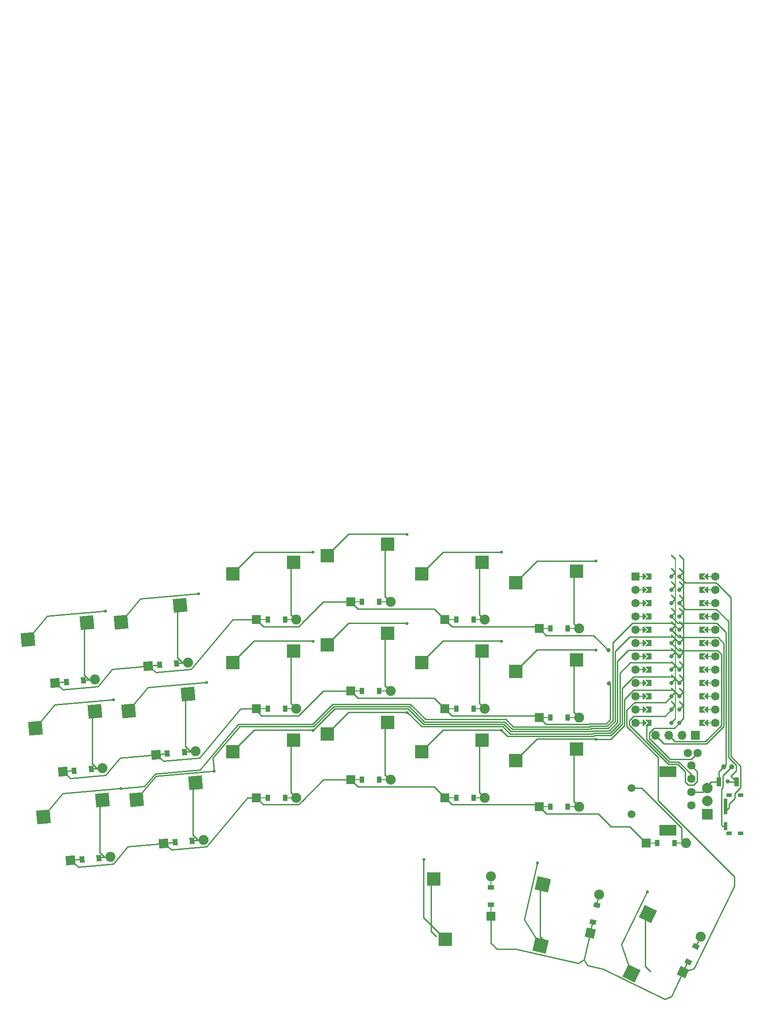
<source format=gbr>
%TF.GenerationSoftware,KiCad,Pcbnew,(6.0.6)*%
%TF.CreationDate,2022-07-14T02:02:07+02:00*%
%TF.ProjectId,main_wired2,6d61696e-5f77-4697-9265-64322e6b6963,v1.0.0*%
%TF.SameCoordinates,Original*%
%TF.FileFunction,Copper,L1,Top*%
%TF.FilePolarity,Positive*%
%FSLAX46Y46*%
G04 Gerber Fmt 4.6, Leading zero omitted, Abs format (unit mm)*
G04 Created by KiCad (PCBNEW (6.0.6)) date 2022-07-14 02:02:07*
%MOMM*%
%LPD*%
G01*
G04 APERTURE LIST*
G04 Aperture macros list*
%AMRotRect*
0 Rectangle, with rotation*
0 The origin of the aperture is its center*
0 $1 length*
0 $2 width*
0 $3 Rotation angle, in degrees counterclockwise*
0 Add horizontal line*
21,1,$1,$2,0,0,$3*%
%AMFreePoly0*
4,1,29,2.195502,0.119853,2.254624,0.081678,2.283753,0.017613,2.273655,-0.052035,2.227530,-0.105189,2.160000,-0.125000,0.000000,-0.125000,-0.035502,-0.119852,-0.047057,-0.112391,-0.062500,-0.108253,-0.078963,-0.091790,-0.094624,-0.081678,-0.099251,-0.071502,-0.108253,-0.062500,-0.115298,-0.036209,-0.123752,-0.017613,-0.122534,-0.009204,-0.125000,0.000000,-0.116718,0.030909,-0.113655,0.052035,
-0.109897,0.056366,-0.108253,0.062500,-0.080431,0.090323,-0.067530,0.105188,-0.064748,0.106005,-0.062500,0.108253,0.000000,0.125000,2.160000,0.125001,2.195502,0.119853,2.195502,0.119853,$1*%
%AMFreePoly1*
4,1,30,0.035502,0.119852,0.047057,0.112391,0.062500,0.108253,0.078963,0.091790,0.094624,0.081678,0.099251,0.071502,0.108253,0.062500,0.115298,0.036209,0.123752,0.017613,0.122534,0.009204,0.125000,0.000000,0.120281,-0.017613,0.116718,-0.030908,0.113655,-0.052035,0.109897,-0.056366,0.108253,-0.062500,0.080431,-0.090323,0.067530,-0.105188,0.064748,-0.106005,0.062500,-0.108253,
0.000000,-0.125000,-2.160000,-0.125001,-2.195502,-0.119853,-2.254624,-0.081678,-2.283753,-0.017613,-2.273655,0.052035,-2.227530,0.105189,-2.160000,0.125000,0.000000,0.125000,0.035502,0.119852,0.035502,0.119852,$1*%
%AMFreePoly2*
4,1,49,0.004774,0.123721,0.009154,0.124664,0.028953,0.117242,0.062500,0.108253,0.068237,0.102516,0.075052,0.099961,0.087614,0.083139,0.108253,0.062501,0.111178,0.051584,0.117161,0.043572,0.118539,0.024113,0.125000,0.000000,0.121239,-0.014035,0.122131,-0.026629,0.113759,-0.041951,0.108253,-0.062500,0.095644,-0.075109,0.088389,-0.088388,-0.375000,-0.551776,-0.375000,-9.948224,
0.588389,-10.911612,0.609852,-10.940356,0.624665,-11.009155,0.599961,-11.075053,0.543572,-11.117161,0.473371,-11.122131,0.411612,-11.088389,-0.588388,-10.088388,-0.601707,-10.070552,-0.605189,-10.067530,-0.605982,-10.064826,-0.609852,-10.059644,-0.616331,-10.029549,-0.625000,-10.000000,-0.625000,-0.500000,-0.621805,-0.477969,-0.622131,-0.473371,-0.620780,-0.470898,-0.619852,-0.464499,-0.603151,-0.438632,
-0.588388,-0.411612,-0.088388,0.088390,-0.064606,0.106147,-0.062501,0.108253,-0.061385,0.108552,-0.059644,0.109852,-0.043810,0.113261,0.000000,0.125000,0.004774,0.123721,0.004774,0.123721,$1*%
%AMFreePoly3*
4,1,41,15.235502,4.219852,15.294624,4.181678,15.323754,4.117613,15.313655,4.047965,15.267530,3.994811,15.200000,3.975000,4.151777,3.975000,0.088388,-0.088388,0.064607,-0.106146,0.062501,-0.108253,0.061385,-0.108552,0.059644,-0.109852,0.043810,-0.113261,0.000000,-0.125000,-0.004774,-0.123721,-0.009154,-0.124664,-0.028953,-0.117242,-0.062500,-0.108253,-0.068237,-0.102516,-0.075052,-0.099961,
-0.087614,-0.083139,-0.108253,-0.062501,-0.111178,-0.051584,-0.117161,-0.043572,-0.118539,-0.024113,-0.125000,0.000000,-0.121239,0.014035,-0.122131,0.026629,-0.113759,0.041953,-0.108253,0.062500,-0.095642,0.075111,-0.088388,0.088388,4.011612,4.188389,4.029449,4.201708,4.032470,4.205189,4.035173,4.205982,4.040357,4.209852,4.070457,4.216333,4.100000,4.225000,15.200000,4.224999,
15.235502,4.219852,15.235502,4.219852,$1*%
%AMFreePoly4*
4,1,5,0.125000,-0.500000,-0.125000,-0.500000,-0.125000,0.500000,0.125000,0.500000,0.125000,-0.500000,0.125000,-0.500000,$1*%
%AMFreePoly5*
4,1,6,0.600000,0.200000,0.000000,-0.400000,-0.600000,0.200000,-0.600000,0.400000,0.600000,0.400000,0.600000,0.200000,0.600000,0.200000,$1*%
%AMFreePoly6*
4,1,49,0.088388,4.152388,0.854389,3.386388,0.867708,3.368551,0.871189,3.365530,0.871982,3.362827,0.875852,3.357644,0.882333,3.327543,0.891000,3.298000,0.891000,0.766000,0.887805,0.743969,0.888131,0.739371,0.886780,0.736898,0.885852,0.730498,0.869154,0.704638,0.854389,0.677612,0.088388,-0.088388,0.064607,-0.106146,0.062500,-0.108253,0.061385,-0.108552,0.059644,-0.109852,
0.043810,-0.113261,0.000000,-0.125000,-0.004774,-0.123721,-0.009154,-0.124664,-0.028953,-0.117242,-0.062500,-0.108253,-0.068237,-0.102516,-0.075052,-0.099961,-0.087614,-0.083139,-0.108253,-0.062500,-0.111178,-0.051584,-0.117161,-0.043572,-0.118539,-0.024114,-0.125000,0.000000,-0.121239,0.014035,-0.122131,0.026629,-0.113759,0.041953,-0.108253,0.062500,-0.095642,0.075111,-0.088388,0.088388,
0.641000,0.817777,0.641000,3.246223,-0.088388,3.975612,-0.109852,4.004356,-0.124664,4.073154,-0.099961,4.139052,-0.043572,4.181161,0.026629,4.186131,0.088388,4.152388,0.088388,4.152388,$1*%
%AMFreePoly7*
4,1,6,0.600000,-0.250000,-0.600000,-0.250000,-0.600000,1.000000,0.000000,0.400000,0.600000,1.000000,0.600000,-0.250000,0.600000,-0.250000,$1*%
%AMFreePoly8*
4,1,49,0.088388,4.152388,0.850389,3.390388,0.863708,3.372551,0.867189,3.369530,0.867982,3.366827,0.871852,3.361644,0.878333,3.331543,0.887000,3.302000,0.887000,0.762000,0.883805,0.739969,0.884131,0.735371,0.882780,0.732898,0.881852,0.726498,0.865154,0.700638,0.850389,0.673612,0.088388,-0.088388,0.064607,-0.106146,0.062500,-0.108253,0.061385,-0.108552,0.059644,-0.109852,
0.043810,-0.113261,0.000000,-0.125000,-0.004774,-0.123721,-0.009154,-0.124664,-0.028953,-0.117242,-0.062500,-0.108253,-0.068237,-0.102516,-0.075052,-0.099961,-0.087614,-0.083139,-0.108253,-0.062500,-0.111178,-0.051584,-0.117161,-0.043572,-0.118539,-0.024114,-0.125000,0.000000,-0.121239,0.014035,-0.122131,0.026629,-0.113759,0.041953,-0.108253,0.062500,-0.095642,0.075111,-0.088388,0.088388,
0.637000,0.813777,0.637000,3.250223,-0.088388,3.975612,-0.109852,4.004356,-0.124664,4.073154,-0.099961,4.139052,-0.043572,4.181161,0.026629,4.186131,0.088388,4.152388,0.088388,4.152388,$1*%
G04 Aperture macros list end*
%TA.AperFunction,ComponentPad*%
%ADD10C,1.000000*%
%TD*%
%TA.AperFunction,SMDPad,CuDef*%
%ADD11FreePoly0,64.000000*%
%TD*%
%TA.AperFunction,SMDPad,CuDef*%
%ADD12FreePoly1,64.000000*%
%TD*%
%TA.AperFunction,ComponentPad*%
%ADD13C,1.905000*%
%TD*%
%TA.AperFunction,SMDPad,CuDef*%
%ADD14RotRect,0.900000X1.200000X64.000000*%
%TD*%
%TA.AperFunction,ComponentPad*%
%ADD15RotRect,1.778000X1.778000X64.000000*%
%TD*%
%TA.AperFunction,SMDPad,CuDef*%
%ADD16FreePoly0,0.000000*%
%TD*%
%TA.AperFunction,SMDPad,CuDef*%
%ADD17FreePoly1,0.000000*%
%TD*%
%TA.AperFunction,SMDPad,CuDef*%
%ADD18R,0.900000X1.200000*%
%TD*%
%TA.AperFunction,ComponentPad*%
%ADD19R,1.778000X1.778000*%
%TD*%
%TA.AperFunction,SMDPad,CuDef*%
%ADD20FreePoly2,77.000000*%
%TD*%
%TA.AperFunction,SMDPad,CuDef*%
%ADD21FreePoly3,77.000000*%
%TD*%
%TA.AperFunction,SMDPad,CuDef*%
%ADD22RotRect,2.600000X2.600000X77.000000*%
%TD*%
%TA.AperFunction,ComponentPad*%
%ADD23C,0.600000*%
%TD*%
%TA.AperFunction,SMDPad,CuDef*%
%ADD24FreePoly1,5.000000*%
%TD*%
%TA.AperFunction,SMDPad,CuDef*%
%ADD25FreePoly0,5.000000*%
%TD*%
%TA.AperFunction,SMDPad,CuDef*%
%ADD26RotRect,0.900000X1.200000X5.000000*%
%TD*%
%TA.AperFunction,ComponentPad*%
%ADD27RotRect,1.778000X1.778000X5.000000*%
%TD*%
%TA.AperFunction,SMDPad,CuDef*%
%ADD28FreePoly3,64.000000*%
%TD*%
%TA.AperFunction,SMDPad,CuDef*%
%ADD29FreePoly2,64.000000*%
%TD*%
%TA.AperFunction,SMDPad,CuDef*%
%ADD30RotRect,2.600000X2.600000X64.000000*%
%TD*%
%TA.AperFunction,SMDPad,CuDef*%
%ADD31FreePoly2,0.000000*%
%TD*%
%TA.AperFunction,SMDPad,CuDef*%
%ADD32FreePoly3,0.000000*%
%TD*%
%TA.AperFunction,SMDPad,CuDef*%
%ADD33R,2.600000X2.600000*%
%TD*%
%TA.AperFunction,ComponentPad*%
%ADD34C,1.600000*%
%TD*%
%TA.AperFunction,SMDPad,CuDef*%
%ADD35FreePoly4,90.000000*%
%TD*%
%TA.AperFunction,SMDPad,CuDef*%
%ADD36FreePoly5,270.000000*%
%TD*%
%TA.AperFunction,SMDPad,CuDef*%
%ADD37FreePoly4,270.000000*%
%TD*%
%TA.AperFunction,SMDPad,CuDef*%
%ADD38FreePoly5,90.000000*%
%TD*%
%TA.AperFunction,ComponentPad*%
%ADD39R,1.600000X1.600000*%
%TD*%
%TA.AperFunction,SMDPad,CuDef*%
%ADD40FreePoly6,270.000000*%
%TD*%
%TA.AperFunction,ComponentPad*%
%ADD41C,0.800000*%
%TD*%
%TA.AperFunction,SMDPad,CuDef*%
%ADD42FreePoly7,270.000000*%
%TD*%
%TA.AperFunction,SMDPad,CuDef*%
%ADD43FreePoly8,90.000000*%
%TD*%
%TA.AperFunction,SMDPad,CuDef*%
%ADD44FreePoly7,90.000000*%
%TD*%
%TA.AperFunction,SMDPad,CuDef*%
%ADD45FreePoly0,90.000000*%
%TD*%
%TA.AperFunction,SMDPad,CuDef*%
%ADD46FreePoly1,90.000000*%
%TD*%
%TA.AperFunction,SMDPad,CuDef*%
%ADD47R,1.200000X0.900000*%
%TD*%
%TA.AperFunction,SMDPad,CuDef*%
%ADD48FreePoly3,5.000000*%
%TD*%
%TA.AperFunction,SMDPad,CuDef*%
%ADD49FreePoly2,5.000000*%
%TD*%
%TA.AperFunction,SMDPad,CuDef*%
%ADD50RotRect,2.600000X2.600000X5.000000*%
%TD*%
%TA.AperFunction,ComponentPad*%
%ADD51R,1.700000X1.700000*%
%TD*%
%TA.AperFunction,ComponentPad*%
%ADD52O,1.700000X1.700000*%
%TD*%
%TA.AperFunction,SMDPad,CuDef*%
%ADD53R,0.900000X1.700000*%
%TD*%
%TA.AperFunction,SMDPad,CuDef*%
%ADD54R,1.000000X0.800000*%
%TD*%
%TA.AperFunction,SMDPad,CuDef*%
%ADD55R,0.700000X1.500000*%
%TD*%
%TA.AperFunction,SMDPad,CuDef*%
%ADD56FreePoly3,90.000000*%
%TD*%
%TA.AperFunction,SMDPad,CuDef*%
%ADD57FreePoly2,90.000000*%
%TD*%
%TA.AperFunction,ComponentPad*%
%ADD58R,3.200000X2.000000*%
%TD*%
%TA.AperFunction,ComponentPad*%
%ADD59C,1.500000*%
%TD*%
%TA.AperFunction,ComponentPad*%
%ADD60R,2.000000X2.000000*%
%TD*%
%TA.AperFunction,ComponentPad*%
%ADD61C,2.000000*%
%TD*%
%TA.AperFunction,SMDPad,CuDef*%
%ADD62FreePoly0,77.000000*%
%TD*%
%TA.AperFunction,SMDPad,CuDef*%
%ADD63FreePoly1,77.000000*%
%TD*%
%TA.AperFunction,SMDPad,CuDef*%
%ADD64RotRect,0.900000X1.200000X77.000000*%
%TD*%
%TA.AperFunction,ComponentPad*%
%ADD65RotRect,1.778000X1.778000X77.000000*%
%TD*%
%TA.AperFunction,ViaPad*%
%ADD66C,0.800000*%
%TD*%
%TA.AperFunction,Conductor*%
%ADD67C,0.250000*%
%TD*%
G04 APERTURE END LIST*
D10*
%TO.P,,1*%
%TO.N,pos*%
X132777817Y14411938D03*
%TO.P,,2*%
%TO.N,GND*%
X131277817Y14411938D03*
%TD*%
D11*
%TO.P,D21,*%
%TO.N,P7*%
X123499419Y-24835909D03*
D12*
%TO.N,inner_thumb*%
X126839807Y-17987099D03*
D13*
%TO.P,D21,1*%
X126839807Y-17987099D03*
D14*
%TO.N,P7*%
X124446301Y-22894514D03*
%TO.P,D21,2*%
%TO.N,inner_thumb*%
X125892925Y-19928494D03*
D15*
%TO.N,P7*%
X123499419Y-24835909D03*
%TD*%
D16*
%TO.P,D12,*%
%TO.N,P4*%
X60017819Y45911938D03*
D17*
%TO.N,middle_top*%
X67637819Y45911938D03*
D13*
%TO.P,D12,1*%
X67637819Y45911938D03*
D18*
%TO.N,P4*%
X62177819Y45911938D03*
%TO.P,D12,2*%
%TO.N,middle_top*%
X65477819Y45911938D03*
D19*
%TO.N,P4*%
X60017819Y45911938D03*
%TD*%
D20*
%TO.P,S20,*%
%TO.N,home_thumb*%
X96699756Y-8011262D03*
D21*
%TO.N,P15*%
X96245185Y-19760129D03*
D22*
%TO.P,S20,1*%
%TO.N,home_thumb*%
X96699756Y-8011262D03*
D23*
%TO.N,P15*%
X95686395Y-3954327D03*
D22*
%TO.P,S20,2*%
X96245185Y-19760129D03*
%TD*%
D24*
%TO.P,D6,*%
%TO.N,pinky_top*%
X28960003Y34320998D03*
D25*
%TO.N,P4*%
X21368999Y33656872D03*
D13*
%TO.P,D6,1*%
%TO.N,pinky_top*%
X28960003Y34320998D03*
D26*
%TO.N,P4*%
X23520780Y33845128D03*
D27*
%TO.P,D6,2*%
X21368999Y33656872D03*
D26*
%TO.N,pinky_top*%
X26808222Y34132742D03*
%TD*%
D16*
%TO.P,D9,*%
%TO.N,P4*%
X42017820Y42511937D03*
D17*
%TO.N,ring_top*%
X49637820Y42511937D03*
D18*
%TO.P,D9,1*%
%TO.N,P4*%
X44177820Y42511937D03*
D13*
%TO.N,ring_top*%
X49637820Y42511937D03*
D18*
%TO.P,D9,2*%
X47477820Y42511937D03*
D19*
%TO.N,P4*%
X42017820Y42511937D03*
%TD*%
D28*
%TO.P,S21,*%
%TO.N,P14*%
X113677643Y-25013280D03*
D29*
%TO.N,inner_thumb*%
X116763483Y-13667792D03*
D23*
%TO.P,S21,1*%
%TO.N,P14*%
X116688707Y-9486879D03*
D30*
%TO.N,inner_thumb*%
X116763483Y-13667792D03*
%TO.P,S21,2*%
%TO.N,P14*%
X113677643Y-25013280D03*
%TD*%
D17*
%TO.P,D14,*%
%TO.N,index_home*%
X85637820Y25511940D03*
D16*
%TO.N,P5*%
X78017820Y25511940D03*
D13*
%TO.P,D14,1*%
%TO.N,index_home*%
X85637820Y25511940D03*
D18*
%TO.N,P5*%
X80177820Y25511940D03*
%TO.P,D14,2*%
%TO.N,index_home*%
X83477820Y25511940D03*
D19*
%TO.N,P5*%
X78017820Y25511940D03*
%TD*%
D31*
%TO.P,S12,*%
%TO.N,middle_top*%
X67102818Y56861937D03*
D32*
%TO.N,P18*%
X55552818Y54661937D03*
D23*
%TO.P,S12,1*%
X70827818Y58761937D03*
D33*
%TO.N,middle_top*%
X67102818Y56861937D03*
%TO.P,S12,2*%
%TO.N,P18*%
X55552818Y54661937D03*
%TD*%
D34*
%TO.P,MCU1,*%
%TO.N,*%
X129647817Y43061935D03*
D35*
X115677817Y22741935D03*
D36*
X127869817Y37981935D03*
X127869817Y40521935D03*
D35*
X115677817Y32901935D03*
D34*
X114407817Y22741935D03*
D37*
X128377817Y32901935D03*
D34*
X114407817Y48141935D03*
D38*
X116185817Y35441935D03*
X116185817Y45601935D03*
D34*
X114407817Y45601935D03*
X129647817Y22741935D03*
D36*
X127869817Y45601935D03*
X127869817Y30361935D03*
D37*
X128377817Y48141935D03*
X128377817Y50681935D03*
D35*
X115677817Y35441935D03*
D34*
X129647817Y50681935D03*
D38*
X116185817Y25281935D03*
D37*
X128377817Y40521935D03*
D35*
X115677817Y25281935D03*
D37*
X128377817Y30361935D03*
D34*
X129647817Y37981935D03*
X114407817Y30361935D03*
D35*
X115677817Y45601935D03*
D34*
X114407817Y50681935D03*
X114407817Y35441935D03*
D36*
X127869817Y50681935D03*
D37*
X128377817Y22741935D03*
D34*
X114407817Y25281935D03*
D35*
X115677817Y50681935D03*
D37*
X128377817Y45601935D03*
X128377817Y25281935D03*
D38*
X116185817Y40521935D03*
D34*
X129647817Y30361935D03*
X114407817Y37981935D03*
X114407817Y40521935D03*
D36*
X127869817Y27821935D03*
D38*
X116185817Y30361935D03*
D36*
X127869817Y32901935D03*
X127869817Y35441935D03*
X127869817Y43061935D03*
D34*
X129647817Y25281935D03*
D36*
X127869817Y48141935D03*
D38*
X116185817Y48141935D03*
D34*
X114407817Y43061935D03*
D35*
X115677817Y40521935D03*
D34*
X129647817Y48141935D03*
X129647817Y27821935D03*
X114407817Y27821935D03*
D37*
X128377817Y35441935D03*
D38*
X116185817Y37981935D03*
D35*
X115677817Y43061935D03*
D39*
X114407817Y50681935D03*
D34*
X129647817Y35441935D03*
D35*
X115677817Y27821935D03*
D38*
X116185817Y32901935D03*
D35*
X115677817Y48141935D03*
D38*
X116185817Y27821935D03*
D37*
X128377817Y37981935D03*
D36*
X127869817Y22741935D03*
D38*
X116185817Y50681935D03*
D35*
X115677817Y30361935D03*
D38*
X116185817Y43061935D03*
D34*
X114407817Y32901935D03*
X129647817Y45601935D03*
D38*
X116185817Y22741935D03*
D37*
X128377817Y27821935D03*
D34*
X129647817Y32901935D03*
D36*
X127869817Y25281935D03*
D37*
X128377817Y43061935D03*
D34*
X129647817Y40521935D03*
D35*
X115677817Y37981935D03*
D40*
%TO.P,MCU1,1*%
%TO.N,RAW*%
X122789817Y50681935D03*
D41*
X122789817Y50681935D03*
D42*
X126853817Y50681935D03*
D41*
%TO.P,MCU1,2*%
%TO.N,GND*%
X122789817Y48141935D03*
D40*
X122789817Y48141935D03*
D42*
X126853817Y48141935D03*
%TO.P,MCU1,3*%
%TO.N,RST*%
X126853817Y45601935D03*
D41*
X122789817Y45601935D03*
D40*
X122789817Y45601935D03*
D41*
%TO.P,MCU1,4*%
%TO.N,VCC*%
X122789817Y43061935D03*
D40*
X122789817Y43061935D03*
D42*
X126853817Y43061935D03*
D41*
%TO.P,MCU1,5*%
%TO.N,P21*%
X122789817Y40521935D03*
D40*
X122789817Y40521935D03*
D42*
X126853817Y40521935D03*
%TO.P,MCU1,6*%
%TO.N,P20*%
X126853817Y37981935D03*
D41*
X122789817Y37981935D03*
D40*
X122789817Y37981935D03*
D41*
%TO.P,MCU1,7*%
%TO.N,P19*%
X122789817Y35441935D03*
D42*
X126853817Y35441935D03*
D40*
X122789817Y35441935D03*
%TO.P,MCU1,8*%
%TO.N,P18*%
X122789817Y32901935D03*
D41*
X122789817Y32901935D03*
D42*
X126853817Y32901935D03*
D41*
%TO.P,MCU1,9*%
%TO.N,P15*%
X122789817Y30361935D03*
D42*
X126853817Y30361935D03*
D40*
X122789817Y30361935D03*
%TO.P,MCU1,10*%
%TO.N,P14*%
X122789817Y27821935D03*
D42*
X126853817Y27821935D03*
D41*
X122789817Y27821935D03*
D42*
%TO.P,MCU1,11*%
%TO.N,P16*%
X126853817Y25281935D03*
D40*
X122789817Y25281935D03*
D41*
X122789817Y25281935D03*
D42*
%TO.P,MCU1,12*%
%TO.N,P10*%
X126853817Y22741935D03*
D41*
X122789817Y22741935D03*
D40*
X122789817Y22741935D03*
D41*
%TO.P,MCU1,13*%
%TO.N,P9*%
X121265817Y22741935D03*
D43*
X121265817Y22741935D03*
D44*
X117201817Y22741935D03*
D43*
%TO.P,MCU1,14*%
%TO.N,P8*%
X121265817Y25281935D03*
D44*
X117201817Y25281935D03*
D41*
X121265817Y25281935D03*
D43*
%TO.P,MCU1,15*%
%TO.N,P7*%
X121265817Y27821935D03*
D44*
X117201817Y27821935D03*
D41*
X121265817Y27821935D03*
D43*
%TO.P,MCU1,16*%
%TO.N,P6*%
X121265817Y30361935D03*
D41*
X121265817Y30361935D03*
D44*
X117201817Y30361935D03*
%TO.P,MCU1,17*%
%TO.N,P5*%
X117201817Y32901935D03*
D43*
X121265817Y32901935D03*
D41*
X121265817Y32901935D03*
D44*
%TO.P,MCU1,18*%
%TO.N,P4*%
X117201817Y35441935D03*
D43*
X121265817Y35441935D03*
D41*
X121265817Y35441935D03*
%TO.P,MCU1,19*%
%TO.N,P3*%
X121265817Y37981935D03*
D44*
X117201817Y37981935D03*
D43*
X121265817Y37981935D03*
D44*
%TO.P,MCU1,20*%
%TO.N,P2*%
X117201817Y40521935D03*
D41*
X121265817Y40521935D03*
D43*
X121265817Y40521935D03*
D41*
%TO.P,MCU1,21*%
%TO.N,GND*%
X121265817Y43061935D03*
D44*
X117201817Y43061935D03*
D43*
X121265817Y43061935D03*
D44*
%TO.P,MCU1,22*%
X117201817Y45601935D03*
D43*
X121265817Y45601935D03*
D41*
X121265817Y45601935D03*
D44*
%TO.P,MCU1,23*%
%TO.N,P0*%
X117201817Y48141935D03*
D43*
X121265817Y48141935D03*
D41*
X121265817Y48141935D03*
D44*
%TO.P,MCU1,24*%
%TO.N,P1*%
X117201817Y50681935D03*
D41*
X121265817Y50681935D03*
D43*
X121265817Y50681935D03*
%TD*%
D31*
%TO.P,S18,*%
%TO.N,inner_top*%
X103102820Y51761940D03*
D32*
%TO.N,P14*%
X91552820Y49561940D03*
D33*
%TO.P,S18,1*%
%TO.N,inner_top*%
X103102820Y51761940D03*
D23*
%TO.N,P14*%
X106827820Y53661940D03*
D33*
%TO.P,S18,2*%
X91552820Y49561940D03*
%TD*%
D45*
%TO.P,D19,*%
%TO.N,P7*%
X86827818Y-14098061D03*
D46*
%TO.N,outer_thumb*%
X86827818Y-6478061D03*
D13*
%TO.P,D19,1*%
X86827818Y-6478061D03*
D47*
%TO.N,P7*%
X86827818Y-11938061D03*
%TO.P,D19,2*%
%TO.N,outer_thumb*%
X86827818Y-8638061D03*
D19*
%TO.N,P7*%
X86827818Y-14098061D03*
%TD*%
D25*
%TO.P,D3,*%
%TO.N,P4*%
X3585659Y30394533D03*
D24*
%TO.N,outer_top*%
X11176663Y31058659D03*
D13*
%TO.P,D3,1*%
X11176663Y31058659D03*
D26*
%TO.N,P4*%
X5737440Y30582789D03*
D27*
%TO.P,D3,2*%
X3585659Y30394533D03*
D26*
%TO.N,outer_top*%
X9024882Y30870403D03*
%TD*%
D48*
%TO.P,S2,*%
%TO.N,P21*%
X-143315Y21786775D03*
D49*
%TO.N,outer_home*%
X11170991Y24985053D03*
D50*
%TO.P,S2,1*%
X11170991Y24985053D03*
D23*
%TO.N,P21*%
X14716220Y27202478D03*
D50*
%TO.P,S2,2*%
X-143315Y21786775D03*
%TD*%
D31*
%TO.P,S9,*%
%TO.N,ring_top*%
X49102820Y53461938D03*
D32*
%TO.N,P19*%
X37552820Y51261938D03*
D23*
%TO.P,S9,1*%
X52827820Y55361938D03*
D33*
%TO.N,ring_top*%
X49102820Y53461938D03*
%TO.P,S9,2*%
%TO.N,P19*%
X37552820Y51261938D03*
%TD*%
D51*
%TO.P,OLED1,1*%
%TO.N,GND*%
X125827817Y20411938D03*
D52*
%TO.P,OLED1,2*%
%TO.N,VCC*%
X123287817Y20411938D03*
%TO.P,OLED1,3*%
%TO.N,P3*%
X120747817Y20411938D03*
%TO.P,OLED1,4*%
%TO.N,P2*%
X118207817Y20411938D03*
%TD*%
D25*
%TO.P,D4,*%
%TO.N,P6*%
X24332294Y-213751D03*
D24*
%TO.N,pinky_bottom*%
X31923298Y450375D03*
D26*
%TO.P,D4,1*%
%TO.N,P6*%
X26484075Y-25495D03*
D13*
%TO.N,pinky_bottom*%
X31923298Y450375D03*
D26*
%TO.P,D4,2*%
X29771517Y262119D03*
D27*
%TO.N,P6*%
X24332294Y-213751D03*
%TD*%
D53*
%TO.P,,1*%
%TO.N,RST*%
X133727819Y11511938D03*
%TO.P,,2*%
%TO.N,GND*%
X130327819Y11511938D03*
%TD*%
D48*
%TO.P,S6,*%
%TO.N,P20*%
X16158376Y41984424D03*
D49*
%TO.N,pinky_top*%
X27472682Y45182702D03*
D23*
%TO.P,S6,1*%
%TO.N,P20*%
X31017911Y47400127D03*
D50*
%TO.N,pinky_top*%
X27472682Y45182702D03*
%TO.P,S6,2*%
%TO.N,P20*%
X16158376Y41984424D03*
%TD*%
D17*
%TO.P,D22,*%
%TO.N,enc_diode*%
X124037820Y-188061D03*
D16*
%TO.N,P6*%
X116417820Y-188061D03*
D13*
%TO.P,D22,1*%
%TO.N,enc_diode*%
X124037820Y-188061D03*
D18*
%TO.N,P6*%
X118577820Y-188061D03*
%TO.P,D22,2*%
%TO.N,enc_diode*%
X121877820Y-188061D03*
D19*
%TO.N,P6*%
X116417820Y-188061D03*
%TD*%
D48*
%TO.P,S1,*%
%TO.N,P21*%
X1338335Y4851464D03*
D49*
%TO.N,outer_bottom*%
X12652641Y8049742D03*
D23*
%TO.P,S1,1*%
%TO.N,P21*%
X16197870Y10267167D03*
D50*
%TO.N,outer_bottom*%
X12652641Y8049742D03*
%TO.P,S1,2*%
%TO.N,P21*%
X1338335Y4851464D03*
%TD*%
D17*
%TO.P,D11,*%
%TO.N,middle_home*%
X67637817Y28911940D03*
D16*
%TO.N,P5*%
X60017817Y28911940D03*
D18*
%TO.P,D11,1*%
X62177817Y28911940D03*
D13*
%TO.N,middle_home*%
X67637817Y28911940D03*
D19*
%TO.P,D11,2*%
%TO.N,P5*%
X60017817Y28911940D03*
D18*
%TO.N,middle_home*%
X65477817Y28911940D03*
%TD*%
D48*
%TO.P,S4,*%
%TO.N,P20*%
X19121670Y8113802D03*
D49*
%TO.N,pinky_bottom*%
X30435976Y11312080D03*
D23*
%TO.P,S4,1*%
%TO.N,P20*%
X33981205Y13529505D03*
D50*
%TO.N,pinky_bottom*%
X30435976Y11312080D03*
%TO.P,S4,2*%
%TO.N,P20*%
X19121670Y8113802D03*
%TD*%
D16*
%TO.P,D15,*%
%TO.N,P4*%
X78017819Y42511939D03*
D17*
%TO.N,index_top*%
X85637819Y42511939D03*
D18*
%TO.P,D15,1*%
%TO.N,P4*%
X80177819Y42511939D03*
D13*
%TO.N,index_top*%
X85637819Y42511939D03*
D18*
%TO.P,D15,2*%
X83477819Y42511939D03*
D19*
%TO.N,P4*%
X78017819Y42511939D03*
%TD*%
D24*
%TO.P,D5,*%
%TO.N,pinky_home*%
X30441650Y17385689D03*
D25*
%TO.N,P5*%
X22850646Y16721563D03*
D13*
%TO.P,D5,1*%
%TO.N,pinky_home*%
X30441650Y17385689D03*
D26*
%TO.N,P5*%
X25002427Y16909819D03*
%TO.P,D5,2*%
%TO.N,pinky_home*%
X28289869Y17197433D03*
D27*
%TO.N,P5*%
X22850646Y16721563D03*
%TD*%
D17*
%TO.P,D17,*%
%TO.N,inner_home*%
X103637819Y23811936D03*
D16*
%TO.N,P5*%
X96017819Y23811936D03*
D18*
%TO.P,D17,1*%
X98177819Y23811936D03*
D13*
%TO.N,inner_home*%
X103637819Y23811936D03*
D18*
%TO.P,D17,2*%
X101477819Y23811936D03*
D19*
%TO.N,P5*%
X96017819Y23811936D03*
%TD*%
D17*
%TO.P,D8,*%
%TO.N,ring_home*%
X49637818Y25511938D03*
D16*
%TO.N,P5*%
X42017818Y25511938D03*
D13*
%TO.P,D8,1*%
%TO.N,ring_home*%
X49637818Y25511938D03*
D18*
%TO.N,P5*%
X44177818Y25511938D03*
%TO.P,D8,2*%
%TO.N,ring_home*%
X47477818Y25511938D03*
D19*
%TO.N,P5*%
X42017818Y25511938D03*
%TD*%
D16*
%TO.P,D16,*%
%TO.N,P6*%
X96017820Y6811937D03*
D17*
%TO.N,inner_bottom*%
X103637820Y6811937D03*
D18*
%TO.P,D16,1*%
%TO.N,P6*%
X98177820Y6811937D03*
D13*
%TO.N,inner_bottom*%
X103637820Y6811937D03*
D19*
%TO.P,D16,2*%
%TO.N,P6*%
X96017820Y6811937D03*
D18*
%TO.N,inner_bottom*%
X101477820Y6811937D03*
%TD*%
D31*
%TO.P,S8,*%
%TO.N,ring_home*%
X49102817Y36461940D03*
D32*
%TO.N,P19*%
X37552817Y34261940D03*
D33*
%TO.P,S8,1*%
%TO.N,ring_home*%
X49102817Y36461940D03*
D23*
%TO.N,P19*%
X52827817Y38361940D03*
D33*
%TO.P,S8,2*%
X37552817Y34261940D03*
%TD*%
D32*
%TO.P,S17,*%
%TO.N,P14*%
X91552820Y32561939D03*
D31*
%TO.N,inner_home*%
X103102820Y34761939D03*
D23*
%TO.P,S17,1*%
%TO.N,P14*%
X106827820Y36661939D03*
D33*
%TO.N,inner_home*%
X103102820Y34761939D03*
%TO.P,S17,2*%
%TO.N,P14*%
X91552820Y32561939D03*
%TD*%
D54*
%TO.P,,*%
%TO.N,*%
X134457821Y8961939D03*
X132247821Y8961939D03*
X134457821Y1661939D03*
X132247821Y1661939D03*
D55*
%TO.P,,1*%
%TO.N,pos*%
X131597821Y3061939D03*
%TO.P,,2*%
%TO.N,RAW*%
X131597821Y6061939D03*
%TO.P,,3*%
%TO.N,N/C*%
X131597821Y7561939D03*
%TD*%
D17*
%TO.P,D10,*%
%TO.N,middle_bottom*%
X67637817Y11911938D03*
D16*
%TO.N,P6*%
X60017817Y11911938D03*
D18*
%TO.P,D10,1*%
X62177817Y11911938D03*
D13*
%TO.N,middle_bottom*%
X67637817Y11911938D03*
D18*
%TO.P,D10,2*%
X65477817Y11911938D03*
D19*
%TO.N,P6*%
X60017817Y11911938D03*
%TD*%
D32*
%TO.P,S11,*%
%TO.N,P18*%
X55552819Y37661939D03*
D31*
%TO.N,middle_home*%
X67102819Y39861939D03*
D23*
%TO.P,S11,1*%
%TO.N,P18*%
X70827819Y41761939D03*
D33*
%TO.N,middle_home*%
X67102819Y39861939D03*
%TO.P,S11,2*%
%TO.N,P18*%
X55552819Y37661939D03*
%TD*%
D34*
%TO.P,REF\u002A\u002A,A*%
%TO.N,P8*%
X125052819Y14621939D03*
%TO.P,REF\u002A\u002A,B*%
%TO.N,P9*%
X125052819Y12081939D03*
%TO.P,REF\u002A\u002A,C*%
%TO.N,GND*%
X125052819Y9541939D03*
%TO.P,REF\u002A\u002A,D*%
%TO.N,N/C*%
X125052819Y7001939D03*
%TO.P,REF\u002A\u002A,S1*%
%TO.N,P10*%
X126277819Y17011939D03*
%TO.P,REF\u002A\u002A,S2*%
%TO.N,enc_diode*%
X124427819Y17011939D03*
%TD*%
D32*
%TO.P,S16,*%
%TO.N,P14*%
X91552820Y15561938D03*
D31*
%TO.N,inner_bottom*%
X103102820Y17761938D03*
D33*
%TO.P,S16,1*%
X103102820Y17761938D03*
D23*
%TO.N,P14*%
X106827820Y19661938D03*
D33*
%TO.P,S16,2*%
X91552820Y15561938D03*
%TD*%
D56*
%TO.P,S19,*%
%TO.N,P18*%
X78077821Y-18563060D03*
D57*
%TO.N,outer_thumb*%
X75877821Y-7013060D03*
D33*
%TO.P,S19,1*%
X75877821Y-7013060D03*
D23*
%TO.N,P18*%
X73977821Y-3288060D03*
D33*
%TO.P,S19,2*%
X78077821Y-18563060D03*
%TD*%
D25*
%TO.P,D2,*%
%TO.N,P5*%
X5067307Y13459227D03*
D24*
%TO.N,outer_home*%
X12658311Y14123353D03*
D26*
%TO.P,D2,1*%
%TO.N,P5*%
X7219088Y13647483D03*
D13*
%TO.N,outer_home*%
X12658311Y14123353D03*
D26*
%TO.P,D2,2*%
X10506530Y13935097D03*
D27*
%TO.N,P5*%
X5067307Y13459227D03*
%TD*%
D49*
%TO.P,S5,*%
%TO.N,pinky_home*%
X28954332Y28247387D03*
D48*
%TO.N,P20*%
X17640026Y25049109D03*
D23*
%TO.P,S5,1*%
X32499561Y30464812D03*
D50*
%TO.N,pinky_home*%
X28954332Y28247387D03*
%TO.P,S5,2*%
%TO.N,P20*%
X17640026Y25049109D03*
%TD*%
D17*
%TO.P,D18,*%
%TO.N,inner_top*%
X103637818Y40811939D03*
D16*
%TO.N,P4*%
X96017818Y40811939D03*
D18*
%TO.P,D18,1*%
X98177818Y40811939D03*
D13*
%TO.N,inner_top*%
X103637818Y40811939D03*
D18*
%TO.P,D18,2*%
X101477818Y40811939D03*
D19*
%TO.N,P4*%
X96017818Y40811939D03*
%TD*%
D32*
%TO.P,S14,*%
%TO.N,P15*%
X73552819Y34261935D03*
D31*
%TO.N,index_home*%
X85102819Y36461935D03*
D33*
%TO.P,S14,1*%
X85102819Y36461935D03*
D23*
%TO.N,P15*%
X88827819Y38361935D03*
D33*
%TO.P,S14,2*%
X73552819Y34261935D03*
%TD*%
D58*
%TO.P,ROT1,*%
%TO.N,*%
X120607394Y2271825D03*
X120607394Y13471825D03*
D59*
%TO.P,ROT1,1*%
%TO.N,P10*%
X113607394Y5371825D03*
%TO.P,ROT1,2*%
%TO.N,enc_diode*%
X113607394Y10371825D03*
D60*
%TO.P,ROT1,A*%
%TO.N,P8*%
X128107394Y5371825D03*
D61*
%TO.P,ROT1,B*%
%TO.N,GND*%
X128107394Y10371825D03*
%TO.P,ROT1,C*%
%TO.N,P9*%
X128107394Y7871825D03*
%TD*%
D16*
%TO.P,D7,*%
%TO.N,P6*%
X42017821Y8511938D03*
D17*
%TO.N,ring_bottom*%
X49637821Y8511938D03*
D13*
%TO.P,D7,1*%
X49637821Y8511938D03*
D18*
%TO.N,P6*%
X44177821Y8511938D03*
D19*
%TO.P,D7,2*%
X42017821Y8511938D03*
D18*
%TO.N,ring_bottom*%
X47477821Y8511938D03*
%TD*%
D16*
%TO.P,D13,*%
%TO.N,P6*%
X78017821Y8511940D03*
D17*
%TO.N,index_bottom*%
X85637821Y8511940D03*
D13*
%TO.P,D13,1*%
X85637821Y8511940D03*
D18*
%TO.N,P6*%
X80177821Y8511940D03*
%TO.P,D13,2*%
%TO.N,index_bottom*%
X83477821Y8511940D03*
D19*
%TO.N,P6*%
X78017821Y8511940D03*
%TD*%
D31*
%TO.P,S15,*%
%TO.N,index_top*%
X85102820Y53461935D03*
D32*
%TO.N,P15*%
X73552820Y51261935D03*
D23*
%TO.P,S15,1*%
X88827820Y55361935D03*
D33*
%TO.N,index_top*%
X85102820Y53461935D03*
%TO.P,S15,2*%
%TO.N,P15*%
X73552820Y51261935D03*
%TD*%
D31*
%TO.P,S10,*%
%TO.N,middle_bottom*%
X67102818Y22861938D03*
D32*
%TO.N,P18*%
X55552818Y20661938D03*
D33*
%TO.P,S10,1*%
%TO.N,middle_bottom*%
X67102818Y22861938D03*
D23*
%TO.N,P18*%
X70827818Y24761938D03*
D33*
%TO.P,S10,2*%
X55552818Y20661938D03*
%TD*%
D62*
%TO.P,D20,*%
%TO.N,P7*%
X105775329Y-17377888D03*
D63*
%TO.N,home_thumb*%
X107489457Y-9953188D03*
D13*
%TO.P,D20,1*%
X107489457Y-9953188D03*
D64*
%TO.N,P7*%
X106261224Y-15273249D03*
%TO.P,D20,2*%
%TO.N,home_thumb*%
X107003562Y-12057827D03*
D65*
%TO.N,P7*%
X105775329Y-17377888D03*
%TD*%
D32*
%TO.P,S13,*%
%TO.N,P15*%
X73552818Y17261937D03*
D31*
%TO.N,index_bottom*%
X85102818Y19461937D03*
D23*
%TO.P,S13,1*%
%TO.N,P15*%
X88827818Y21361937D03*
D33*
%TO.N,index_bottom*%
X85102818Y19461937D03*
%TO.P,S13,2*%
%TO.N,P15*%
X73552818Y17261937D03*
%TD*%
D31*
%TO.P,S7,*%
%TO.N,ring_bottom*%
X49102817Y19461941D03*
D32*
%TO.N,P19*%
X37552817Y17261941D03*
D33*
%TO.P,S7,1*%
%TO.N,ring_bottom*%
X49102817Y19461941D03*
D23*
%TO.N,P19*%
X52827817Y21361941D03*
D33*
%TO.P,S7,2*%
X37552817Y17261941D03*
%TD*%
D24*
%TO.P,D1,*%
%TO.N,outer_bottom*%
X14139959Y-2811958D03*
D25*
%TO.N,P6*%
X6548955Y-3476084D03*
D13*
%TO.P,D1,1*%
%TO.N,outer_bottom*%
X14139959Y-2811958D03*
D26*
%TO.N,P6*%
X8700736Y-3287828D03*
%TO.P,D1,2*%
%TO.N,outer_bottom*%
X11988178Y-3000214D03*
D27*
%TO.N,P6*%
X6548955Y-3476084D03*
%TD*%
D49*
%TO.P,S3,*%
%TO.N,outer_top*%
X9689344Y41920365D03*
D48*
%TO.N,P21*%
X-1624962Y38722087D03*
D50*
%TO.P,S3,1*%
%TO.N,outer_top*%
X9689344Y41920365D03*
D23*
%TO.N,P21*%
X13234573Y44137790D03*
D50*
%TO.P,S3,2*%
X-1624962Y38722087D03*
%TD*%
D66*
%TO.N,P4*%
X109200000Y36700000D03*
%TO.N,P5*%
X109325500Y30300000D03*
%TO.N,RST*%
X132000000Y11600000D03*
%TD*%
D67*
%TO.N,P2*%
X130113808Y39106935D02*
X122680817Y39106935D01*
X131250000Y37970743D02*
X130113808Y39106935D01*
X127923334Y18786938D02*
X131250000Y22113604D01*
X122680817Y39106935D02*
X121265817Y40521935D01*
X119832817Y18786938D02*
X127923334Y18786938D01*
X131250000Y22113604D02*
X131250000Y37970743D01*
X118207817Y20411938D02*
X119832817Y18786938D01*
%TO.N,P4*%
X97329757Y39500000D02*
X106400000Y39500000D01*
X106400000Y39500000D02*
X109200000Y36700000D01*
X96017818Y40811939D02*
X97329757Y39500000D01*
%TO.N,P5*%
X97329755Y22500000D02*
X96017819Y23811936D01*
X105646940Y22628920D02*
X105518020Y22500000D01*
X105518020Y22500000D02*
X97329755Y22500000D01*
X108810544Y22628920D02*
X105646940Y22628920D01*
X109600000Y30025500D02*
X109600000Y23418376D01*
X109325500Y30300000D02*
X109600000Y30025500D01*
X109600000Y23418376D02*
X108810544Y22628920D01*
%TO.N,P21*%
X20669389Y10658375D02*
X16197871Y10267168D01*
X22672367Y13045432D02*
X20669389Y10658375D01*
X31241289Y13795118D02*
X22672367Y13045432D01*
X38275753Y22178466D02*
X31241289Y13795118D01*
X38619112Y22521825D02*
X38275753Y22178466D01*
X52748963Y22521825D02*
X38619112Y22521825D01*
X56606057Y26378920D02*
X52748963Y22521825D01*
X71367514Y26378920D02*
X56606057Y26378920D01*
X74317512Y23428919D02*
X71367514Y26378920D01*
X89638038Y23428921D02*
X74317512Y23428919D01*
X91016959Y22050000D02*
X89638038Y23428921D01*
X105704416Y22050000D02*
X91016959Y22050000D01*
X108996940Y22178920D02*
X105833336Y22178920D01*
X110050000Y23231980D02*
X108996940Y22178920D01*
X110050000Y38081029D02*
X110050000Y23231980D01*
X121439931Y41871825D02*
X113840793Y41871822D01*
X113840793Y41871822D02*
X110050000Y38081029D01*
X122789818Y40521938D02*
X121439931Y41871825D01*
X105833336Y22178920D02*
X105704416Y22050000D01*
%TO.N,P20*%
X33756924Y16093060D02*
X33981208Y13529505D01*
X38595165Y21859051D02*
X33756924Y16093060D01*
X52935357Y22071824D02*
X38807938Y22071824D01*
X56792453Y25928919D02*
X52935357Y22071824D01*
X71181116Y25928919D02*
X56792453Y25928919D01*
X74131114Y22978921D02*
X71181116Y25928919D01*
X89451641Y22978921D02*
X74131114Y22978921D01*
X90830563Y21600000D02*
X89451641Y22978921D01*
X110500000Y23045584D02*
X109183336Y21728920D01*
X110500000Y36389431D02*
X110500000Y23045584D01*
X113304507Y39193938D02*
X110500000Y36389431D01*
X109183336Y21728920D02*
X106019732Y21728920D01*
X105890812Y21600000D02*
X90830563Y21600000D01*
X122789815Y37981938D02*
X121577816Y39193938D01*
X121577816Y39193938D02*
X113304507Y39193938D01*
X106019732Y21728920D02*
X105890812Y21600000D01*
X38807938Y22071824D02*
X38595165Y21859051D01*
%TO.N,P19*%
X121577818Y36653937D02*
X122789817Y35441936D01*
X113053869Y36653939D02*
X121577818Y36653937D01*
X110950000Y34550070D02*
X113053869Y36653939D01*
X110950000Y22859188D02*
X110950000Y34550070D01*
X109369732Y21278920D02*
X110950000Y22859188D01*
X106206128Y21278920D02*
X109369732Y21278920D01*
X106077208Y21150000D02*
X106206128Y21278920D01*
X90644167Y21150000D02*
X106077208Y21150000D01*
X89265245Y22528920D02*
X90644167Y21150000D01*
X70994720Y25478920D02*
X71452818Y25020822D01*
X71452818Y25004951D02*
X73928850Y22528919D01*
X52861870Y21361941D02*
X56978848Y25478921D01*
X56978848Y25478921D02*
X70994720Y25478920D01*
X52827817Y21361939D02*
X52861870Y21361941D01*
X71452818Y25020822D02*
X71452818Y25004951D01*
X73928850Y22528919D02*
X89265245Y22528920D01*
%TO.N,P18*%
X113378850Y34278919D02*
X121412834Y34278919D01*
X111400000Y32300069D02*
X113378850Y34278919D01*
X111400000Y22672792D02*
X111400000Y32300069D01*
X109556128Y20828920D02*
X111400000Y22672792D01*
X89078849Y22078920D02*
X90457771Y20700000D01*
X73578847Y22078918D02*
X89078849Y22078920D01*
X90457771Y20700000D02*
X106263604Y20700000D01*
X106392524Y20828920D02*
X109556128Y20828920D01*
X121412834Y34278919D02*
X122789816Y32901936D01*
X70895833Y24761937D02*
X73578847Y22078918D01*
X70827818Y24761940D02*
X70895833Y24761937D01*
X106263604Y20700000D02*
X106392524Y20828920D01*
%TO.N,P15*%
X121577817Y31573937D02*
X122789817Y30361937D01*
X114028825Y31573935D02*
X121577817Y31573937D01*
X111850000Y22486396D02*
X111850000Y29395110D01*
X111850000Y29395110D02*
X114028825Y31573935D01*
X109742524Y20378920D02*
X111850000Y22486396D01*
X106578920Y20378920D02*
X109742524Y20378920D01*
X106450000Y20250000D02*
X106578920Y20378920D01*
X88827821Y21361939D02*
X89939760Y20250000D01*
X89939760Y20250000D02*
X106450000Y20250000D01*
%TO.N,P14*%
X121577816Y29033937D02*
X122789818Y27821934D01*
X114028826Y29033937D02*
X121577816Y29033937D01*
X109661936Y19661936D02*
X112300000Y22300000D01*
X112300000Y22300000D02*
X112300000Y27305111D01*
X112300000Y27305111D02*
X114028826Y29033937D01*
X106827819Y19661936D02*
X109661936Y19661936D01*
%TO.N,P7*%
X120140817Y26696935D02*
X121265818Y27821938D01*
X114196935Y26696935D02*
X120140817Y26696935D01*
X112750000Y25250000D02*
X114196935Y26696935D01*
X112750000Y22140812D02*
X112750000Y25250000D01*
X118700000Y16190812D02*
X112750000Y22140812D01*
X118700000Y14796825D02*
X118700000Y16190812D01*
X118682394Y7954002D02*
X118682394Y14779219D01*
X133256767Y-6620371D02*
X118682394Y7954002D01*
X118682394Y14779219D02*
X118700000Y14796825D01*
X133256767Y-8411706D02*
X133256767Y-6620371D01*
X125598702Y-24113068D02*
X133256767Y-8411706D01*
X123499416Y-24835910D02*
X125598702Y-24113068D01*
%TO.N,P8*%
X120045191Y24061309D02*
X121265817Y25281935D01*
X114061309Y24061309D02*
X120045191Y24061309D01*
X113200000Y23200000D02*
X114061309Y24061309D01*
X113200000Y22327208D02*
X113200000Y23200000D01*
X120627208Y14900000D02*
X113200000Y22327208D01*
X122463604Y14900000D02*
X120627208Y14900000D01*
X123900000Y13463604D02*
X122463604Y14900000D01*
X123900000Y11500000D02*
X123900000Y13463604D01*
X124500000Y10900000D02*
X123900000Y11500000D01*
X125500000Y10900000D02*
X124500000Y10900000D01*
X126200000Y13474758D02*
X126200000Y11600000D01*
X126200000Y11600000D02*
X125500000Y10900000D01*
X125052819Y14621939D02*
X126200000Y13474758D01*
%TO.N,P9*%
X116550000Y19613604D02*
X116550000Y22090118D01*
X120813604Y15350000D02*
X116550000Y19613604D01*
X122650000Y15350000D02*
X120813604Y15350000D01*
X125052819Y12947181D02*
X122650000Y15350000D01*
X125052819Y12081939D02*
X125052819Y12947181D01*
X116550000Y22090118D02*
X117108619Y22648737D01*
X117108619Y22648737D02*
X116810817Y22648737D01*
%TO.N,P3*%
X122640570Y36607182D02*
X121265817Y37981935D01*
X130092818Y36607182D02*
X122640570Y36607182D01*
X130800000Y22300000D02*
X130800000Y35900000D01*
X130800000Y35900000D02*
X130092818Y36607182D01*
X121922817Y19236938D02*
X127736938Y19236938D01*
X127736938Y19236938D02*
X130800000Y22300000D01*
X120747817Y20411938D02*
X121922817Y19236938D01*
%TO.N,P10*%
X121847882Y21800000D02*
X122789817Y22741935D01*
X117000000Y20865822D02*
X117934178Y21800000D01*
X117934178Y21800000D02*
X121847882Y21800000D01*
X117000000Y19800000D02*
X117000000Y20865822D01*
X125065880Y15800000D02*
X121000000Y15800000D01*
X126277819Y17011939D02*
X125065880Y15800000D01*
X121000000Y15800000D02*
X117000000Y19800000D01*
%TO.N,RAW*%
X131761939Y6061939D02*
X131597821Y6061939D01*
X132300000Y6600000D02*
X131761939Y6061939D01*
X132300000Y7300000D02*
X132300000Y6600000D01*
X133400000Y9300000D02*
X133400000Y8400000D01*
X134502819Y14490059D02*
X134502819Y10402819D01*
X132600000Y16392878D02*
X134502819Y14490059D01*
X132600000Y46780743D02*
X132600000Y16392878D01*
X133400000Y8400000D02*
X132300000Y7300000D01*
X129823808Y49556935D02*
X132600000Y46780743D01*
X123914817Y49556935D02*
X129823808Y49556935D01*
X122789817Y50681935D02*
X123914817Y49556935D01*
X134502819Y10402819D02*
X133400000Y9300000D01*
%TO.N,pos*%
X130800000Y3300000D02*
X131038061Y3061939D01*
X131038061Y3061939D02*
X131597821Y3061939D01*
X130800000Y10150000D02*
X130800000Y3300000D01*
X131100000Y12734121D02*
X131102819Y12731302D01*
X131102819Y12731302D02*
X131102819Y10452819D01*
X131102819Y10452819D02*
X130800000Y10150000D01*
X132777817Y14411938D02*
X131100000Y12734121D01*
%TO.N,RST*%
X123914817Y44476935D02*
X122789817Y45601935D01*
X133602817Y14753665D02*
X132150000Y16206482D01*
X132150000Y42150743D02*
X129823808Y44476935D01*
X132600000Y12639757D02*
X133602817Y13642574D01*
X133602817Y13642574D02*
X133602817Y14753665D01*
X133727819Y11511938D02*
X132600000Y12639757D01*
X132150000Y16206482D02*
X132150000Y42150743D01*
X129823808Y44476935D02*
X123914817Y44476935D01*
X132088061Y11511939D02*
X133727820Y11511939D01*
X132000000Y11600000D02*
X132088061Y11511939D01*
%TO.N,enc_diode*%
X123250000Y599759D02*
X124037820Y-188061D01*
X123250000Y2750000D02*
X123250000Y599759D01*
X115628175Y10371825D02*
X123250000Y2750000D01*
X113607394Y10371825D02*
X115628175Y10371825D01*
%TO.N,RAW*%
X131597821Y6061939D02*
X131422821Y6236939D01*
%TO.N,GND*%
X122481817Y41845935D02*
X121265817Y43061935D01*
X131700000Y40060743D02*
X129914808Y41845935D01*
X131700000Y14834121D02*
X131700000Y40060743D01*
X129914808Y41845935D02*
X122481817Y41845935D01*
X131277817Y14411938D02*
X131700000Y14834121D01*
X130327819Y13461939D02*
X131277817Y14411938D01*
X127277508Y9541939D02*
X128107394Y10371825D01*
X125052819Y9541939D02*
X127277508Y9541939D01*
%TO.N,P6*%
X61368704Y10561054D02*
X60017819Y11911938D01*
X109768589Y2961052D02*
X109502139Y3227504D01*
X60017819Y11911938D02*
X54831603Y11911937D01*
X42017820Y8511937D02*
X40429832Y8511937D01*
X96017820Y6811941D02*
X95668705Y7161052D01*
X109493564Y3248207D02*
X107280717Y5461052D01*
X14712365Y-4124246D02*
X8019260Y-4709820D01*
X50093592Y7161051D02*
X43368707Y7161054D01*
X50915320Y7982781D02*
X50093592Y7161051D01*
X107280717Y5461052D02*
X97368702Y5461054D01*
X97368702Y5461054D02*
X96017819Y6811938D01*
X32528615Y-859033D02*
X40409149Y8532618D01*
X25802601Y-1447482D02*
X32528615Y-859033D01*
X75968704Y10561054D02*
X61368704Y10561054D01*
X43368707Y7161054D02*
X42017820Y8511940D01*
X50915321Y7995657D02*
X50915320Y7982781D01*
X24332295Y-213751D02*
X17491465Y-812245D01*
X79368703Y7161050D02*
X75968704Y10561054D01*
X95668705Y7161052D02*
X79368703Y7161050D01*
X40429832Y8511937D02*
X40409149Y8532618D01*
X8019260Y-4709820D02*
X6548953Y-3476085D01*
X17491465Y-812245D02*
X14712365Y-4124246D01*
X116417819Y-188063D02*
X113268706Y2961052D01*
X54831603Y11911937D02*
X50915321Y7995657D01*
X109502139Y3227504D02*
X109493564Y3248207D01*
X24332295Y-213751D02*
X25802601Y-1447482D01*
X113268706Y2961052D02*
X109768589Y2961052D01*
%TO.N,P5*%
X50915318Y24982777D02*
X50093591Y24161053D01*
X22850645Y16721558D02*
X24320953Y15487828D01*
X50915318Y24995654D02*
X50915318Y24982777D01*
X42984271Y24161055D02*
X42017817Y25127501D01*
X50093591Y24161053D02*
X42984271Y24161055D01*
X42017817Y25127501D02*
X42017819Y25511937D01*
X13224360Y12810504D02*
X6537613Y12225494D01*
X79368702Y24161053D02*
X75968704Y27561052D01*
X31146588Y16084990D02*
X38816332Y25225436D01*
X22850646Y16494674D02*
X22850645Y16721558D01*
X75968704Y27561052D02*
X61368703Y27561054D01*
X96017817Y23811939D02*
X95668705Y24161055D01*
X60017820Y28911938D02*
X54831602Y28911941D01*
X42017818Y25511936D02*
X39102830Y25511935D01*
X39102830Y25511935D02*
X38816332Y25225436D01*
X6537613Y12225494D02*
X5067308Y13459226D01*
X16003459Y16122506D02*
X13224360Y12810504D01*
X95668705Y24161055D02*
X79368702Y24161053D01*
X22850645Y16721558D02*
X16003459Y16122506D01*
X24320953Y15487828D02*
X31146588Y16084990D01*
X61368703Y27561054D02*
X60017820Y28911938D01*
X38816332Y25225436D02*
X38953208Y25388562D01*
X54831602Y28911941D02*
X50915318Y24995654D01*
%TO.N,P4*%
X61361608Y44568150D02*
X60017821Y45911938D01*
X50100687Y41168149D02*
X43361609Y41168147D01*
X50915319Y41982781D02*
X50100687Y41168149D01*
X37537696Y42511938D02*
X37533764Y42508006D01*
X79361609Y41168148D02*
X75961607Y44568148D01*
X29565320Y33011585D02*
X37533764Y42508006D01*
X14486795Y32997354D02*
X11759681Y29747301D01*
X50915318Y42006297D02*
X50915319Y41982781D01*
X96017819Y40811939D02*
X95661610Y41168150D01*
X22839307Y32423136D02*
X29565320Y33011585D01*
X54820964Y45911938D02*
X50915318Y42006297D01*
X60017821Y45911938D02*
X54820964Y45911938D01*
X5055963Y29160803D02*
X3585660Y30394538D01*
X21317018Y33594920D02*
X14486795Y32997354D01*
X21368997Y33656867D02*
X21317018Y33594920D01*
X43361609Y41168147D02*
X42017822Y42511939D01*
X95661610Y41168150D02*
X79361609Y41168148D01*
X21368997Y33656867D02*
X22839307Y32423136D01*
X11759681Y29747301D02*
X5055963Y29160803D01*
X42017822Y42511939D02*
X37537696Y42511938D01*
X75961607Y44568148D02*
X61361608Y44568150D01*
%TO.N,P7*%
X87980719Y-20438947D02*
X86827818Y-19286052D01*
X105777173Y-17379731D02*
X105775330Y-17377888D01*
X123499420Y-24835913D02*
X121227650Y-29493725D01*
X86827818Y-19286052D02*
X86827820Y-14098060D01*
X121227650Y-29493725D02*
X119970958Y-29926437D01*
X105253013Y-23520317D02*
X108196757Y-24183777D01*
X91567126Y-20412112D02*
X87980719Y-20438947D01*
X119970958Y-29926437D02*
X108196757Y-24183777D01*
X104578536Y-22440927D02*
X103499147Y-23115407D01*
X104611135Y-22420555D02*
X104578536Y-22440927D01*
X103499147Y-23115407D02*
X91567126Y-20412112D01*
X104578536Y-22440927D02*
X105253013Y-23520317D01*
X105775331Y-17377887D02*
X104611135Y-22420555D01*
%TO.N,GND*%
X130327819Y11511938D02*
X130327819Y13461939D01*
X130327819Y11511938D02*
X128887817Y11511938D01*
X128887817Y11511938D02*
X127647819Y10271936D01*
%TO.N,P8*%
X128107394Y5371825D02*
X127812221Y5666998D01*
%TO.N,P9*%
X128107394Y7871825D02*
X127609647Y8369572D01*
%TD*%
M02*

</source>
